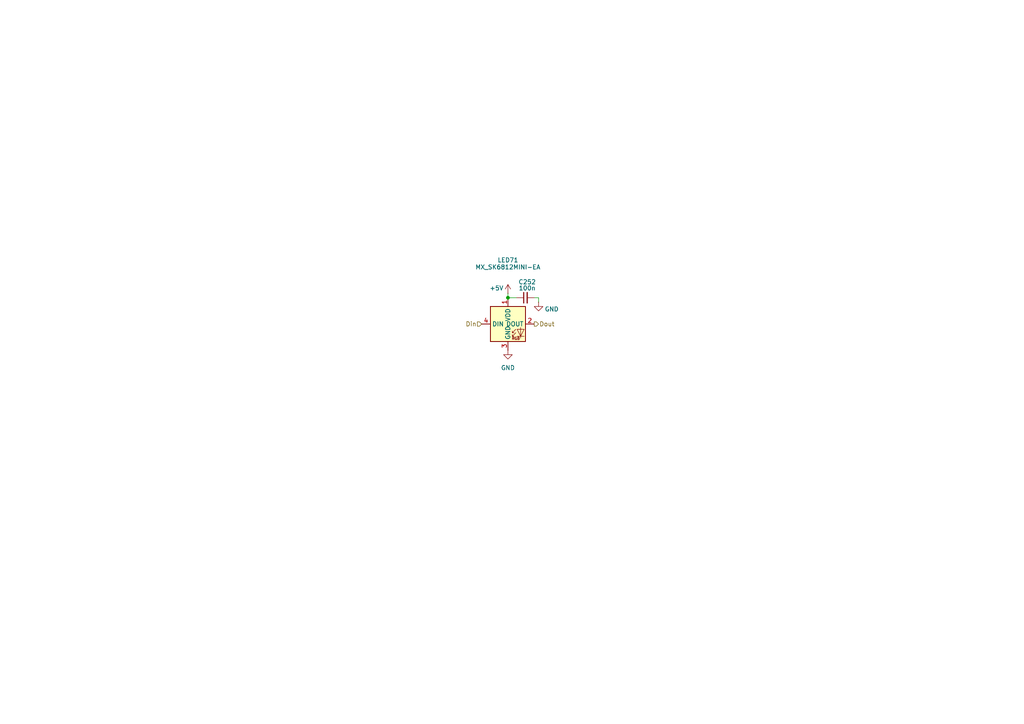
<source format=kicad_sch>
(kicad_sch
	(version 20231120)
	(generator "eeschema")
	(generator_version "8.0")
	(uuid "81a8da25-d99e-48a5-b57e-5db238f78c08")
	(paper "A4")
	(lib_symbols
		(symbol "Device:C_Small"
			(pin_numbers hide)
			(pin_names
				(offset 0.254) hide)
			(exclude_from_sim no)
			(in_bom yes)
			(on_board yes)
			(property "Reference" "C"
				(at 0.254 1.778 0)
				(effects
					(font
						(size 1.27 1.27)
					)
					(justify left)
				)
			)
			(property "Value" "C_Small"
				(at 0.254 -2.032 0)
				(effects
					(font
						(size 1.27 1.27)
					)
					(justify left)
				)
			)
			(property "Footprint" ""
				(at 0 0 0)
				(effects
					(font
						(size 1.27 1.27)
					)
					(hide yes)
				)
			)
			(property "Datasheet" "~"
				(at 0 0 0)
				(effects
					(font
						(size 1.27 1.27)
					)
					(hide yes)
				)
			)
			(property "Description" "Unpolarized capacitor, small symbol"
				(at 0 0 0)
				(effects
					(font
						(size 1.27 1.27)
					)
					(hide yes)
				)
			)
			(property "ki_keywords" "capacitor cap"
				(at 0 0 0)
				(effects
					(font
						(size 1.27 1.27)
					)
					(hide yes)
				)
			)
			(property "ki_fp_filters" "C_*"
				(at 0 0 0)
				(effects
					(font
						(size 1.27 1.27)
					)
					(hide yes)
				)
			)
			(symbol "C_Small_0_1"
				(polyline
					(pts
						(xy -1.524 -0.508) (xy 1.524 -0.508)
					)
					(stroke
						(width 0.3302)
						(type default)
					)
					(fill
						(type none)
					)
				)
				(polyline
					(pts
						(xy -1.524 0.508) (xy 1.524 0.508)
					)
					(stroke
						(width 0.3048)
						(type default)
					)
					(fill
						(type none)
					)
				)
			)
			(symbol "C_Small_1_1"
				(pin passive line
					(at 0 2.54 270)
					(length 2.032)
					(name "~"
						(effects
							(font
								(size 1.27 1.27)
							)
						)
					)
					(number "1"
						(effects
							(font
								(size 1.27 1.27)
							)
						)
					)
				)
				(pin passive line
					(at 0 -2.54 90)
					(length 2.032)
					(name "~"
						(effects
							(font
								(size 1.27 1.27)
							)
						)
					)
					(number "2"
						(effects
							(font
								(size 1.27 1.27)
							)
						)
					)
				)
			)
		)
		(symbol "fahajboard:MX_SK6812MINI-EA"
			(exclude_from_sim no)
			(in_bom yes)
			(on_board yes)
			(property "Reference" "LED31"
				(at 0 16.51 0)
				(effects
					(font
						(size 1.27 1.27)
					)
				)
			)
			(property "Value" "MX_SK6812MINI-EA"
				(at 0 14.605 0)
				(effects
					(font
						(size 1.27 1.27)
					)
				)
			)
			(property "Footprint" "MoonBoard:SK 6812 MINI-EA"
				(at 0 -19.05 0)
				(effects
					(font
						(size 1.27 1.27)
					)
					(hide yes)
				)
			)
			(property "Datasheet" ""
				(at 0 0 0)
				(effects
					(font
						(size 1.27 1.27)
					)
					(hide yes)
				)
			)
			(property "Description" "Reverse mount adressable LED (WS2812 protocol)"
				(at 0 0 0)
				(effects
					(font
						(size 1.27 1.27)
					)
					(hide yes)
				)
			)
			(property "ki_keywords" "reverse mount led revmount rgb"
				(at 0 0 0)
				(effects
					(font
						(size 1.27 1.27)
					)
					(hide yes)
				)
			)
			(symbol "MX_SK6812MINI-EA_0_0"
				(text "RGB"
					(at 2.286 -4.191 0)
					(effects
						(font
							(size 0.762 0.762)
						)
					)
				)
			)
			(symbol "MX_SK6812MINI-EA_0_1"
				(rectangle
					(start -5.08 5.08)
					(end 5.08 -5.08)
					(stroke
						(width 0.254)
						(type default)
					)
					(fill
						(type background)
					)
				)
				(polyline
					(pts
						(xy 1.27 -3.556) (xy 1.778 -3.556)
					)
					(stroke
						(width 0)
						(type default)
					)
					(fill
						(type none)
					)
				)
				(polyline
					(pts
						(xy 1.27 -2.54) (xy 1.778 -2.54)
					)
					(stroke
						(width 0)
						(type default)
					)
					(fill
						(type none)
					)
				)
				(polyline
					(pts
						(xy 4.699 -3.556) (xy 2.667 -3.556)
					)
					(stroke
						(width 0)
						(type default)
					)
					(fill
						(type none)
					)
				)
				(polyline
					(pts
						(xy 2.286 -2.54) (xy 1.27 -3.556) (xy 1.27 -3.048)
					)
					(stroke
						(width 0)
						(type default)
					)
					(fill
						(type none)
					)
				)
				(polyline
					(pts
						(xy 2.286 -1.524) (xy 1.27 -2.54) (xy 1.27 -2.032)
					)
					(stroke
						(width 0)
						(type default)
					)
					(fill
						(type none)
					)
				)
				(polyline
					(pts
						(xy 3.683 -1.016) (xy 3.683 -3.556) (xy 3.683 -4.064)
					)
					(stroke
						(width 0)
						(type default)
					)
					(fill
						(type none)
					)
				)
				(polyline
					(pts
						(xy 4.699 -1.524) (xy 2.667 -1.524) (xy 3.683 -3.556) (xy 4.699 -1.524)
					)
					(stroke
						(width 0)
						(type default)
					)
					(fill
						(type none)
					)
				)
			)
			(symbol "MX_SK6812MINI-EA_1_1"
				(pin power_in line
					(at 0 7.62 270)
					(length 2.54)
					(name "VDD"
						(effects
							(font
								(size 1.27 1.27)
							)
						)
					)
					(number "1"
						(effects
							(font
								(size 1.27 1.27)
							)
						)
					)
				)
				(pin output line
					(at 7.62 0 180)
					(length 2.54)
					(name "DOUT"
						(effects
							(font
								(size 1.27 1.27)
							)
						)
					)
					(number "2"
						(effects
							(font
								(size 1.27 1.27)
							)
						)
					)
				)
				(pin power_in line
					(at 0 -7.62 90)
					(length 2.54)
					(name "GND"
						(effects
							(font
								(size 1.27 1.27)
							)
						)
					)
					(number "3"
						(effects
							(font
								(size 1.27 1.27)
							)
						)
					)
				)
				(pin input line
					(at -7.62 0 0)
					(length 2.54)
					(name "DIN"
						(effects
							(font
								(size 1.27 1.27)
							)
						)
					)
					(number "4"
						(effects
							(font
								(size 1.27 1.27)
							)
						)
					)
				)
			)
		)
		(symbol "power:+5V"
			(power)
			(pin_numbers hide)
			(pin_names
				(offset 0) hide)
			(exclude_from_sim no)
			(in_bom yes)
			(on_board yes)
			(property "Reference" "#PWR"
				(at 0 -3.81 0)
				(effects
					(font
						(size 1.27 1.27)
					)
					(hide yes)
				)
			)
			(property "Value" "+5V"
				(at 0 3.556 0)
				(effects
					(font
						(size 1.27 1.27)
					)
				)
			)
			(property "Footprint" ""
				(at 0 0 0)
				(effects
					(font
						(size 1.27 1.27)
					)
					(hide yes)
				)
			)
			(property "Datasheet" ""
				(at 0 0 0)
				(effects
					(font
						(size 1.27 1.27)
					)
					(hide yes)
				)
			)
			(property "Description" "Power symbol creates a global label with name \"+5V\""
				(at 0 0 0)
				(effects
					(font
						(size 1.27 1.27)
					)
					(hide yes)
				)
			)
			(property "ki_keywords" "global power"
				(at 0 0 0)
				(effects
					(font
						(size 1.27 1.27)
					)
					(hide yes)
				)
			)
			(symbol "+5V_0_1"
				(polyline
					(pts
						(xy -0.762 1.27) (xy 0 2.54)
					)
					(stroke
						(width 0)
						(type default)
					)
					(fill
						(type none)
					)
				)
				(polyline
					(pts
						(xy 0 0) (xy 0 2.54)
					)
					(stroke
						(width 0)
						(type default)
					)
					(fill
						(type none)
					)
				)
				(polyline
					(pts
						(xy 0 2.54) (xy 0.762 1.27)
					)
					(stroke
						(width 0)
						(type default)
					)
					(fill
						(type none)
					)
				)
			)
			(symbol "+5V_1_1"
				(pin power_in line
					(at 0 0 90)
					(length 0)
					(name "~"
						(effects
							(font
								(size 1.27 1.27)
							)
						)
					)
					(number "1"
						(effects
							(font
								(size 1.27 1.27)
							)
						)
					)
				)
			)
		)
		(symbol "power:GND"
			(power)
			(pin_numbers hide)
			(pin_names
				(offset 0) hide)
			(exclude_from_sim no)
			(in_bom yes)
			(on_board yes)
			(property "Reference" "#PWR"
				(at 0 -6.35 0)
				(effects
					(font
						(size 1.27 1.27)
					)
					(hide yes)
				)
			)
			(property "Value" "GND"
				(at 0 -3.81 0)
				(effects
					(font
						(size 1.27 1.27)
					)
				)
			)
			(property "Footprint" ""
				(at 0 0 0)
				(effects
					(font
						(size 1.27 1.27)
					)
					(hide yes)
				)
			)
			(property "Datasheet" ""
				(at 0 0 0)
				(effects
					(font
						(size 1.27 1.27)
					)
					(hide yes)
				)
			)
			(property "Description" "Power symbol creates a global label with name \"GND\" , ground"
				(at 0 0 0)
				(effects
					(font
						(size 1.27 1.27)
					)
					(hide yes)
				)
			)
			(property "ki_keywords" "global power"
				(at 0 0 0)
				(effects
					(font
						(size 1.27 1.27)
					)
					(hide yes)
				)
			)
			(symbol "GND_0_1"
				(polyline
					(pts
						(xy 0 0) (xy 0 -1.27) (xy 1.27 -1.27) (xy 0 -2.54) (xy -1.27 -1.27) (xy 0 -1.27)
					)
					(stroke
						(width 0)
						(type default)
					)
					(fill
						(type none)
					)
				)
			)
			(symbol "GND_1_1"
				(pin power_in line
					(at 0 0 270)
					(length 0)
					(name "~"
						(effects
							(font
								(size 1.27 1.27)
							)
						)
					)
					(number "1"
						(effects
							(font
								(size 1.27 1.27)
							)
						)
					)
				)
			)
		)
	)
	(junction
		(at 147.32 86.36)
		(diameter 0)
		(color 0 0 0 0)
		(uuid "96b6c07c-6705-4e0b-82f0-810d8cb43e0c")
	)
	(wire
		(pts
			(xy 156.21 86.36) (xy 156.21 87.63)
		)
		(stroke
			(width 0)
			(type default)
		)
		(uuid "52f1131c-9f48-42f6-96ea-52eb5495a199")
	)
	(wire
		(pts
			(xy 147.32 86.36) (xy 149.86 86.36)
		)
		(stroke
			(width 0)
			(type default)
		)
		(uuid "5e297c13-fdc3-4046-ad16-2c06acb7ed62")
	)
	(wire
		(pts
			(xy 147.32 85.09) (xy 147.32 86.36)
		)
		(stroke
			(width 0)
			(type default)
		)
		(uuid "c5b25871-08e5-44cc-ae97-f90ed3415cdc")
	)
	(wire
		(pts
			(xy 154.94 86.36) (xy 156.21 86.36)
		)
		(stroke
			(width 0)
			(type default)
		)
		(uuid "fe751009-5c85-48aa-9f45-f7e734151e9a")
	)
	(hierarchical_label "Din"
		(shape input)
		(at 139.7 93.98 180)
		(fields_autoplaced yes)
		(effects
			(font
				(size 1.27 1.27)
			)
			(justify right)
		)
		(uuid "132299c0-32f1-4e71-a998-382ed7c3326d")
	)
	(hierarchical_label "Dout"
		(shape output)
		(at 154.94 93.98 0)
		(fields_autoplaced yes)
		(effects
			(font
				(size 1.27 1.27)
			)
			(justify left)
		)
		(uuid "19a93cc3-c96e-4a1d-be57-9cfb5aa6adc7")
	)
	(symbol
		(lib_id "power:GND")
		(at 147.32 101.6 0)
		(unit 1)
		(exclude_from_sim no)
		(in_bom yes)
		(on_board yes)
		(dnp no)
		(fields_autoplaced yes)
		(uuid "8e02e31d-9d90-42ff-a9e8-adc888a6d544")
		(property "Reference" "#PWR0597"
			(at 147.32 107.95 0)
			(effects
				(font
					(size 1.27 1.27)
				)
				(hide yes)
			)
		)
		(property "Value" "GND"
			(at 147.32 106.68 0)
			(effects
				(font
					(size 1.27 1.27)
				)
			)
		)
		(property "Footprint" ""
			(at 147.32 101.6 0)
			(effects
				(font
					(size 1.27 1.27)
				)
				(hide yes)
			)
		)
		(property "Datasheet" ""
			(at 147.32 101.6 0)
			(effects
				(font
					(size 1.27 1.27)
				)
				(hide yes)
			)
		)
		(property "Description" "Power symbol creates a global label with name \"GND\" , ground"
			(at 147.32 101.6 0)
			(effects
				(font
					(size 1.27 1.27)
				)
				(hide yes)
			)
		)
		(pin "1"
			(uuid "5af66001-dff4-4ad0-97bd-d636c2a8dd98")
		)
		(instances
			(project "hall effect keyboard"
				(path "/d6cd2c7a-4b62-4ee3-9519-bce8a1bda3f1/a26a8aa4-acd6-4116-aaa2-8a8a474f0fd9/024179d6-68f2-4e36-b415-7b37b40961f7"
					(reference "#PWR0597")
					(unit 1)
				)
				(path "/d6cd2c7a-4b62-4ee3-9519-bce8a1bda3f1/a26a8aa4-acd6-4116-aaa2-8a8a474f0fd9/03473c73-89b1-4ba5-a3a9-4a61e2d138f3"
					(reference "#PWR0543")
					(unit 1)
				)
				(path "/d6cd2c7a-4b62-4ee3-9519-bce8a1bda3f1/a26a8aa4-acd6-4116-aaa2-8a8a474f0fd9/034e8ad3-745b-483b-aab4-d9d17ea31be0"
					(reference "#PWR0531")
					(unit 1)
				)
				(path "/d6cd2c7a-4b62-4ee3-9519-bce8a1bda3f1/a26a8aa4-acd6-4116-aaa2-8a8a474f0fd9/04df40b7-25f8-4c42-9010-03665fffb4da"
					(reference "#PWR0525")
					(unit 1)
				)
				(path "/d6cd2c7a-4b62-4ee3-9519-bce8a1bda3f1/a26a8aa4-acd6-4116-aaa2-8a8a474f0fd9/051bf3ed-1fc8-4df4-9f20-310b06f71256"
					(reference "#PWR0459")
					(unit 1)
				)
				(path "/d6cd2c7a-4b62-4ee3-9519-bce8a1bda3f1/a26a8aa4-acd6-4116-aaa2-8a8a474f0fd9/141b5a61-c0d8-491d-aed9-9215a99717f9"
					(reference "#PWR0606")
					(unit 1)
				)
				(path "/d6cd2c7a-4b62-4ee3-9519-bce8a1bda3f1/a26a8aa4-acd6-4116-aaa2-8a8a474f0fd9/19d2be41-3703-40f9-b27e-a7cd1ee66771"
					(reference "#PWR0540")
					(unit 1)
				)
				(path "/d6cd2c7a-4b62-4ee3-9519-bce8a1bda3f1/a26a8aa4-acd6-4116-aaa2-8a8a474f0fd9/1fe23b4a-125d-4841-ae18-baf8ff6def8e"
					(reference "#PWR0435")
					(unit 1)
				)
				(path "/d6cd2c7a-4b62-4ee3-9519-bce8a1bda3f1/a26a8aa4-acd6-4116-aaa2-8a8a474f0fd9/278b421a-517f-49fe-81a6-ddd2b9cace55"
					(reference "#PWR0426")
					(unit 1)
				)
				(path "/d6cd2c7a-4b62-4ee3-9519-bce8a1bda3f1/a26a8aa4-acd6-4116-aaa2-8a8a474f0fd9/34657bdc-3190-4ef4-8aea-714381389e70"
					(reference "#PWR0510")
					(unit 1)
				)
				(path "/d6cd2c7a-4b62-4ee3-9519-bce8a1bda3f1/a26a8aa4-acd6-4116-aaa2-8a8a474f0fd9/3df5642a-50f8-40f0-86d6-3e296631c494"
					(reference "#PWR0615")
					(unit 1)
				)
				(path "/d6cd2c7a-4b62-4ee3-9519-bce8a1bda3f1/a26a8aa4-acd6-4116-aaa2-8a8a474f0fd9/3f678c1e-934c-4963-ba66-c70216641eaf"
					(reference "#PWR0465")
					(unit 1)
				)
				(path "/d6cd2c7a-4b62-4ee3-9519-bce8a1bda3f1/a26a8aa4-acd6-4116-aaa2-8a8a474f0fd9/41815f1e-9d4c-49d5-ba2c-8c2bfd501ccd"
					(reference "#PWR0519")
					(unit 1)
				)
				(path "/d6cd2c7a-4b62-4ee3-9519-bce8a1bda3f1/a26a8aa4-acd6-4116-aaa2-8a8a474f0fd9/49ba2f7f-f67e-4a71-b9be-057e37af057f"
					(reference "#PWR0621")
					(unit 1)
				)
				(path "/d6cd2c7a-4b62-4ee3-9519-bce8a1bda3f1/a26a8aa4-acd6-4116-aaa2-8a8a474f0fd9/4d43afd6-9d62-4795-be9e-b33677ff0008"
					(reference "#PWR0453")
					(unit 1)
				)
				(path "/d6cd2c7a-4b62-4ee3-9519-bce8a1bda3f1/a26a8aa4-acd6-4116-aaa2-8a8a474f0fd9/5027b415-aa48-4bbe-9282-407415b8c893"
					(reference "#PWR0462")
					(unit 1)
				)
				(path "/d6cd2c7a-4b62-4ee3-9519-bce8a1bda3f1/a26a8aa4-acd6-4116-aaa2-8a8a474f0fd9/577f9dc0-a354-4a9a-b6b1-aafc575091a7"
					(reference "#PWR0444")
					(unit 1)
				)
				(path "/d6cd2c7a-4b62-4ee3-9519-bce8a1bda3f1/a26a8aa4-acd6-4116-aaa2-8a8a474f0fd9/57922c3d-4924-470f-bee9-ad5c1efda5d8"
					(reference "#PWR0513")
					(unit 1)
				)
				(path "/d6cd2c7a-4b62-4ee3-9519-bce8a1bda3f1/a26a8aa4-acd6-4116-aaa2-8a8a474f0fd9/58e449be-c079-47f5-9d58-badb0040ba89"
					(reference "#PWR0600")
					(unit 1)
				)
				(path "/d6cd2c7a-4b62-4ee3-9519-bce8a1bda3f1/a26a8aa4-acd6-4116-aaa2-8a8a474f0fd9/592bea38-23bc-47ce-8943-839a12eff83c"
					(reference "#PWR0594")
					(unit 1)
				)
				(path "/d6cd2c7a-4b62-4ee3-9519-bce8a1bda3f1/a26a8aa4-acd6-4116-aaa2-8a8a474f0fd9/61116051-3276-4bf5-adeb-ec2ebd93efe2"
					(reference "#PWR0441")
					(unit 1)
				)
				(path "/d6cd2c7a-4b62-4ee3-9519-bce8a1bda3f1/a26a8aa4-acd6-4116-aaa2-8a8a474f0fd9/62896345-f0c4-4540-99a7-c3c911595e15"
					(reference "#PWR0603")
					(unit 1)
				)
				(path "/d6cd2c7a-4b62-4ee3-9519-bce8a1bda3f1/a26a8aa4-acd6-4116-aaa2-8a8a474f0fd9/6525ddc6-b9e7-4f0d-ac7c-586a87a39ffa"
					(reference "#PWR0456")
					(unit 1)
				)
				(path "/d6cd2c7a-4b62-4ee3-9519-bce8a1bda3f1/a26a8aa4-acd6-4116-aaa2-8a8a474f0fd9/667507d2-f3f0-4818-b2cd-76669057ba0a"
					(reference "#PWR0534")
					(unit 1)
				)
				(path "/d6cd2c7a-4b62-4ee3-9519-bce8a1bda3f1/a26a8aa4-acd6-4116-aaa2-8a8a474f0fd9/6d721997-3f71-400f-8230-b3bdd7a30316"
					(reference "#PWR0516")
					(unit 1)
				)
				(path "/d6cd2c7a-4b62-4ee3-9519-bce8a1bda3f1/a26a8aa4-acd6-4116-aaa2-8a8a474f0fd9/8119a6a3-edde-4a1e-97af-fdb14d3304d1"
					(reference "#PWR0429")
					(unit 1)
				)
				(path "/d6cd2c7a-4b62-4ee3-9519-bce8a1bda3f1/a26a8aa4-acd6-4116-aaa2-8a8a474f0fd9/8e27d7da-dc6e-4940-89c4-b2587e138556"
					(reference "#PWR0438")
					(unit 1)
				)
				(path "/d6cd2c7a-4b62-4ee3-9519-bce8a1bda3f1/a26a8aa4-acd6-4116-aaa2-8a8a474f0fd9/922f0413-d0a2-47c3-827d-5bc83985c05c"
					(reference "#PWR0612")
					(unit 1)
				)
				(path "/d6cd2c7a-4b62-4ee3-9519-bce8a1bda3f1/a26a8aa4-acd6-4116-aaa2-8a8a474f0fd9/9b5ac078-265a-4f0b-b03b-00c3a4129af5"
					(reference "#PWR0537")
					(unit 1)
				)
				(path "/d6cd2c7a-4b62-4ee3-9519-bce8a1bda3f1/a26a8aa4-acd6-4116-aaa2-8a8a474f0fd9/9e9c4f63-74d1-4021-9674-747cd8ff98cf"
					(reference "#PWR0432")
					(unit 1)
				)
				(path "/d6cd2c7a-4b62-4ee3-9519-bce8a1bda3f1/a26a8aa4-acd6-4116-aaa2-8a8a474f0fd9/9f9e86c0-57d7-4000-af65-d89f8c591958"
					(reference "#PWR0507")
					(unit 1)
				)
				(path "/d6cd2c7a-4b62-4ee3-9519-bce8a1bda3f1/a26a8aa4-acd6-4116-aaa2-8a8a474f0fd9/a2e97b84-15ad-455d-a740-53f6fac04a87"
					(reference "#PWR0528")
					(unit 1)
				)
				(path "/d6cd2c7a-4b62-4ee3-9519-bce8a1bda3f1/a26a8aa4-acd6-4116-aaa2-8a8a474f0fd9/b9b96879-a27a-479d-aa4e-2cc09a2b955e"
					(reference "#PWR0447")
					(unit 1)
				)
				(path "/d6cd2c7a-4b62-4ee3-9519-bce8a1bda3f1/a26a8aa4-acd6-4116-aaa2-8a8a474f0fd9/bee47e3a-b369-433f-b176-f8d1e106f26b"
					(reference "#PWR0546")
					(unit 1)
				)
				(path "/d6cd2c7a-4b62-4ee3-9519-bce8a1bda3f1/a26a8aa4-acd6-4116-aaa2-8a8a474f0fd9/c5667006-0d6c-4f58-8ef0-4874d4935efa"
					(reference "#PWR0609")
					(unit 1)
				)
				(path "/d6cd2c7a-4b62-4ee3-9519-bce8a1bda3f1/a26a8aa4-acd6-4116-aaa2-8a8a474f0fd9/dad30c86-4ba3-49ee-ab2b-5a537b944084"
					(reference "#PWR0588")
					(unit 1)
				)
				(path "/d6cd2c7a-4b62-4ee3-9519-bce8a1bda3f1/a26a8aa4-acd6-4116-aaa2-8a8a474f0fd9/dcccc26c-082c-44e9-8e12-202996385847"
					(reference "#PWR0591")
					(unit 1)
				)
				(path "/d6cd2c7a-4b62-4ee3-9519-bce8a1bda3f1/a26a8aa4-acd6-4116-aaa2-8a8a474f0fd9/de0f8ff7-cdaa-431f-a887-de9d5aed5477"
					(reference "#PWR0522")
					(unit 1)
				)
				(path "/d6cd2c7a-4b62-4ee3-9519-bce8a1bda3f1/a26a8aa4-acd6-4116-aaa2-8a8a474f0fd9/de9997a2-5214-4664-97f6-b1e664b2c5ba"
					(reference "#PWR0618")
					(unit 1)
				)
				(path "/d6cd2c7a-4b62-4ee3-9519-bce8a1bda3f1/a26a8aa4-acd6-4116-aaa2-8a8a474f0fd9/e68f7d36-4c08-4cea-b17a-24bd5e9bc3f2"
					(reference "#PWR0450")
					(unit 1)
				)
				(path "/d6cd2c7a-4b62-4ee3-9519-bce8a1bda3f1/a26a8aa4-acd6-4116-aaa2-8a8a474f0fd9/f5bc5e48-290d-43c5-8436-640b4cfb427a"
					(reference "#PWR0627")
					(unit 1)
				)
			)
		)
	)
	(symbol
		(lib_id "power:GND")
		(at 156.21 87.63 0)
		(unit 1)
		(exclude_from_sim no)
		(in_bom yes)
		(on_board yes)
		(dnp no)
		(uuid "918156c5-d42b-4878-b465-ad79fcb5fe63")
		(property "Reference" "#PWR0598"
			(at 156.21 93.98 0)
			(effects
				(font
					(size 1.27 1.27)
				)
				(hide yes)
			)
		)
		(property "Value" "GND"
			(at 160.02 89.662 0)
			(effects
				(font
					(size 1.27 1.27)
				)
			)
		)
		(property "Footprint" ""
			(at 156.21 87.63 0)
			(effects
				(font
					(size 1.27 1.27)
				)
				(hide yes)
			)
		)
		(property "Datasheet" ""
			(at 156.21 87.63 0)
			(effects
				(font
					(size 1.27 1.27)
				)
				(hide yes)
			)
		)
		(property "Description" "Power symbol creates a global label with name \"GND\" , ground"
			(at 156.21 87.63 0)
			(effects
				(font
					(size 1.27 1.27)
				)
				(hide yes)
			)
		)
		(pin "1"
			(uuid "de99ee7b-ae98-426e-aca2-df66ebedb4bf")
		)
		(instances
			(project "hall effect keyboard"
				(path "/d6cd2c7a-4b62-4ee3-9519-bce8a1bda3f1/a26a8aa4-acd6-4116-aaa2-8a8a474f0fd9/024179d6-68f2-4e36-b415-7b37b40961f7"
					(reference "#PWR0598")
					(unit 1)
				)
				(path "/d6cd2c7a-4b62-4ee3-9519-bce8a1bda3f1/a26a8aa4-acd6-4116-aaa2-8a8a474f0fd9/03473c73-89b1-4ba5-a3a9-4a61e2d138f3"
					(reference "#PWR0544")
					(unit 1)
				)
				(path "/d6cd2c7a-4b62-4ee3-9519-bce8a1bda3f1/a26a8aa4-acd6-4116-aaa2-8a8a474f0fd9/034e8ad3-745b-483b-aab4-d9d17ea31be0"
					(reference "#PWR0532")
					(unit 1)
				)
				(path "/d6cd2c7a-4b62-4ee3-9519-bce8a1bda3f1/a26a8aa4-acd6-4116-aaa2-8a8a474f0fd9/04df40b7-25f8-4c42-9010-03665fffb4da"
					(reference "#PWR0526")
					(unit 1)
				)
				(path "/d6cd2c7a-4b62-4ee3-9519-bce8a1bda3f1/a26a8aa4-acd6-4116-aaa2-8a8a474f0fd9/051bf3ed-1fc8-4df4-9f20-310b06f71256"
					(reference "#PWR0460")
					(unit 1)
				)
				(path "/d6cd2c7a-4b62-4ee3-9519-bce8a1bda3f1/a26a8aa4-acd6-4116-aaa2-8a8a474f0fd9/141b5a61-c0d8-491d-aed9-9215a99717f9"
					(reference "#PWR0607")
					(unit 1)
				)
				(path "/d6cd2c7a-4b62-4ee3-9519-bce8a1bda3f1/a26a8aa4-acd6-4116-aaa2-8a8a474f0fd9/19d2be41-3703-40f9-b27e-a7cd1ee66771"
					(reference "#PWR0541")
					(unit 1)
				)
				(path "/d6cd2c7a-4b62-4ee3-9519-bce8a1bda3f1/a26a8aa4-acd6-4116-aaa2-8a8a474f0fd9/1fe23b4a-125d-4841-ae18-baf8ff6def8e"
					(reference "#PWR0436")
					(unit 1)
				)
				(path "/d6cd2c7a-4b62-4ee3-9519-bce8a1bda3f1/a26a8aa4-acd6-4116-aaa2-8a8a474f0fd9/278b421a-517f-49fe-81a6-ddd2b9cace55"
					(reference "#PWR0427")
					(unit 1)
				)
				(path "/d6cd2c7a-4b62-4ee3-9519-bce8a1bda3f1/a26a8aa4-acd6-4116-aaa2-8a8a474f0fd9/34657bdc-3190-4ef4-8aea-714381389e70"
					(reference "#PWR0511")
					(unit 1)
				)
				(path "/d6cd2c7a-4b62-4ee3-9519-bce8a1bda3f1/a26a8aa4-acd6-4116-aaa2-8a8a474f0fd9/3df5642a-50f8-40f0-86d6-3e296631c494"
					(reference "#PWR0616")
					(unit 1)
				)
				(path "/d6cd2c7a-4b62-4ee3-9519-bce8a1bda3f1/a26a8aa4-acd6-4116-aaa2-8a8a474f0fd9/3f678c1e-934c-4963-ba66-c70216641eaf"
					(reference "#PWR0466")
					(unit 1)
				)
				(path "/d6cd2c7a-4b62-4ee3-9519-bce8a1bda3f1/a26a8aa4-acd6-4116-aaa2-8a8a474f0fd9/41815f1e-9d4c-49d5-ba2c-8c2bfd501ccd"
					(reference "#PWR0520")
					(unit 1)
				)
				(path "/d6cd2c7a-4b62-4ee3-9519-bce8a1bda3f1/a26a8aa4-acd6-4116-aaa2-8a8a474f0fd9/49ba2f7f-f67e-4a71-b9be-057e37af057f"
					(reference "#PWR0622")
					(unit 1)
				)
				(path "/d6cd2c7a-4b62-4ee3-9519-bce8a1bda3f1/a26a8aa4-acd6-4116-aaa2-8a8a474f0fd9/4d43afd6-9d62-4795-be9e-b33677ff0008"
					(reference "#PWR0454")
					(unit 1)
				)
				(path "/d6cd2c7a-4b62-4ee3-9519-bce8a1bda3f1/a26a8aa4-acd6-4116-aaa2-8a8a474f0fd9/5027b415-aa48-4bbe-9282-407415b8c893"
					(reference "#PWR0463")
					(unit 1)
				)
				(path "/d6cd2c7a-4b62-4ee3-9519-bce8a1bda3f1/a26a8aa4-acd6-4116-aaa2-8a8a474f0fd9/577f9dc0-a354-4a9a-b6b1-aafc575091a7"
					(reference "#PWR0445")
					(unit 1)
				)
				(path "/d6cd2c7a-4b62-4ee3-9519-bce8a1bda3f1/a26a8aa4-acd6-4116-aaa2-8a8a474f0fd9/57922c3d-4924-470f-bee9-ad5c1efda5d8"
					(reference "#PWR0514")
					(unit 1)
				)
				(path "/d6cd2c7a-4b62-4ee3-9519-bce8a1bda3f1/a26a8aa4-acd6-4116-aaa2-8a8a474f0fd9/58e449be-c079-47f5-9d58-badb0040ba89"
					(reference "#PWR0601")
					(unit 1)
				)
				(path "/d6cd2c7a-4b62-4ee3-9519-bce8a1bda3f1/a26a8aa4-acd6-4116-aaa2-8a8a474f0fd9/592bea38-23bc-47ce-8943-839a12eff83c"
					(reference "#PWR0595")
					(unit 1)
				)
				(path "/d6cd2c7a-4b62-4ee3-9519-bce8a1bda3f1/a26a8aa4-acd6-4116-aaa2-8a8a474f0fd9/61116051-3276-4bf5-adeb-ec2ebd93efe2"
					(reference "#PWR0442")
					(unit 1)
				)
				(path "/d6cd2c7a-4b62-4ee3-9519-bce8a1bda3f1/a26a8aa4-acd6-4116-aaa2-8a8a474f0fd9/62896345-f0c4-4540-99a7-c3c911595e15"
					(reference "#PWR0604")
					(unit 1)
				)
				(path "/d6cd2c7a-4b62-4ee3-9519-bce8a1bda3f1/a26a8aa4-acd6-4116-aaa2-8a8a474f0fd9/6525ddc6-b9e7-4f0d-ac7c-586a87a39ffa"
					(reference "#PWR0457")
					(unit 1)
				)
				(path "/d6cd2c7a-4b62-4ee3-9519-bce8a1bda3f1/a26a8aa4-acd6-4116-aaa2-8a8a474f0fd9/667507d2-f3f0-4818-b2cd-76669057ba0a"
					(reference "#PWR0535")
					(unit 1)
				)
				(path "/d6cd2c7a-4b62-4ee3-9519-bce8a1bda3f1/a26a8aa4-acd6-4116-aaa2-8a8a474f0fd9/6d721997-3f71-400f-8230-b3bdd7a30316"
					(reference "#PWR0517")
					(unit 1)
				)
				(path "/d6cd2c7a-4b62-4ee3-9519-bce8a1bda3f1/a26a8aa4-acd6-4116-aaa2-8a8a474f0fd9/8119a6a3-edde-4a1e-97af-fdb14d3304d1"
					(reference "#PWR0430")
					(unit 1)
				)
				(path "/d6cd2c7a-4b62-4ee3-9519-bce8a1bda3f1/a26a8aa4-acd6-4116-aaa2-8a8a474f0fd9/8e27d7da-dc6e-4940-89c4-b2587e138556"
					(reference "#PWR0439")
					(unit 1)
				)
				(path "/d6cd2c7a-4b62-4ee3-9519-bce8a1bda3f1/a26a8aa4-acd6-4116-aaa2-8a8a474f0fd9/922f0413-d0a2-47c3-827d-5bc83985c05c"
					(reference "#PWR0613")
					(unit 1)
				)
				(path "/d6cd2c7a-4b62-4ee3-9519-bce8a1bda3f1/a26a8aa4-acd6-4116-aaa2-8a8a474f0fd9/9b5ac078-265a-4f0b-b03b-00c3a4129af5"
					(reference "#PWR0538")
					(unit 1)
				)
				(path "/d6cd2c7a-4b62-4ee3-9519-bce8a1bda3f1/a26a8aa4-acd6-4116-aaa2-8a8a474f0fd9/9e9c4f63-74d1-4021-9674-747cd8ff98cf"
					(reference "#PWR0433")
					(unit 1)
				)
				(path "/d6cd2c7a-4b62-4ee3-9519-bce8a1bda3f1/a26a8aa4-acd6-4116-aaa2-8a8a474f0fd9/9f9e86c0-57d7-4000-af65-d89f8c591958"
					(reference "#PWR0508")
					(unit 1)
				)
				(path "/d6cd2c7a-4b62-4ee3-9519-bce8a1bda3f1/a26a8aa4-acd6-4116-aaa2-8a8a474f0fd9/a2e97b84-15ad-455d-a740-53f6fac04a87"
					(reference "#PWR0529")
					(unit 1)
				)
				(path "/d6cd2c7a-4b62-4ee3-9519-bce8a1bda3f1/a26a8aa4-acd6-4116-aaa2-8a8a474f0fd9/b9b96879-a27a-479d-aa4e-2cc09a2b955e"
					(reference "#PWR0448")
					(unit 1)
				)
				(path "/d6cd2c7a-4b62-4ee3-9519-bce8a1bda3f1/a26a8aa4-acd6-4116-aaa2-8a8a474f0fd9/bee47e3a-b369-433f-b176-f8d1e106f26b"
					(reference "#PWR0547")
					(unit 1)
				)
				(path "/d6cd2c7a-4b62-4ee3-9519-bce8a1bda3f1/a26a8aa4-acd6-4116-aaa2-8a8a474f0fd9/c5667006-0d6c-4f58-8ef0-4874d4935efa"
					(reference "#PWR0610")
					(unit 1)
				)
				(path "/d6cd2c7a-4b62-4ee3-9519-bce8a1bda3f1/a26a8aa4-acd6-4116-aaa2-8a8a474f0fd9/dad30c86-4ba3-49ee-ab2b-5a537b944084"
					(reference "#PWR0589")
					(unit 1)
				)
				(path "/d6cd2c7a-4b62-4ee3-9519-bce8a1bda3f1/a26a8aa4-acd6-4116-aaa2-8a8a474f0fd9/dcccc26c-082c-44e9-8e12-202996385847"
					(reference "#PWR0592")
					(unit 1)
				)
				(path "/d6cd2c7a-4b62-4ee3-9519-bce8a1bda3f1/a26a8aa4-acd6-4116-aaa2-8a8a474f0fd9/de0f8ff7-cdaa-431f-a887-de9d5aed5477"
					(reference "#PWR0523")
					(unit 1)
				)
				(path "/d6cd2c7a-4b62-4ee3-9519-bce8a1bda3f1/a26a8aa4-acd6-4116-aaa2-8a8a474f0fd9/de9997a2-5214-4664-97f6-b1e664b2c5ba"
					(reference "#PWR0619")
					(unit 1)
				)
				(path "/d6cd2c7a-4b62-4ee3-9519-bce8a1bda3f1/a26a8aa4-acd6-4116-aaa2-8a8a474f0fd9/e68f7d36-4c08-4cea-b17a-24bd5e9bc3f2"
					(reference "#PWR0451")
					(unit 1)
				)
				(path "/d6cd2c7a-4b62-4ee3-9519-bce8a1bda3f1/a26a8aa4-acd6-4116-aaa2-8a8a474f0fd9/f5bc5e48-290d-43c5-8436-640b4cfb427a"
					(reference "#PWR0628")
					(unit 1)
				)
			)
		)
	)
	(symbol
		(lib_id "Device:C_Small")
		(at 152.4 86.36 90)
		(unit 1)
		(exclude_from_sim no)
		(in_bom yes)
		(on_board yes)
		(dnp no)
		(uuid "caa6a728-35a0-43d8-a338-0c0db32c1ffc")
		(property "Reference" "C252"
			(at 152.908 81.788 90)
			(effects
				(font
					(size 1.27 1.27)
				)
			)
		)
		(property "Value" "100n"
			(at 152.908 83.566 90)
			(effects
				(font
					(size 1.27 1.27)
				)
			)
		)
		(property "Footprint" "Capacitor_SMD:C_0402_1005Metric"
			(at 152.4 86.36 0)
			(effects
				(font
					(size 1.27 1.27)
				)
				(hide yes)
			)
		)
		(property "Datasheet" "~"
			(at 152.4 86.36 0)
			(effects
				(font
					(size 1.27 1.27)
				)
				(hide yes)
			)
		)
		(property "Description" "Unpolarized capacitor, small symbol"
			(at 152.4 86.36 0)
			(effects
				(font
					(size 1.27 1.27)
				)
				(hide yes)
			)
		)
		(pin "2"
			(uuid "549c3d9c-8112-431c-991b-ee72bf89e447")
		)
		(pin "1"
			(uuid "2eb2d83f-57be-4f82-a838-3738ab31c3ca")
		)
		(instances
			(project "hall effect keyboard"
				(path "/d6cd2c7a-4b62-4ee3-9519-bce8a1bda3f1/a26a8aa4-acd6-4116-aaa2-8a8a474f0fd9/024179d6-68f2-4e36-b415-7b37b40961f7"
					(reference "C252")
					(unit 1)
				)
				(path "/d6cd2c7a-4b62-4ee3-9519-bce8a1bda3f1/a26a8aa4-acd6-4116-aaa2-8a8a474f0fd9/03473c73-89b1-4ba5-a3a9-4a61e2d138f3"
					(reference "C234")
					(unit 1)
				)
				(path "/d6cd2c7a-4b62-4ee3-9519-bce8a1bda3f1/a26a8aa4-acd6-4116-aaa2-8a8a474f0fd9/034e8ad3-745b-483b-aab4-d9d17ea31be0"
					(reference "C230")
					(unit 1)
				)
				(path "/d6cd2c7a-4b62-4ee3-9519-bce8a1bda3f1/a26a8aa4-acd6-4116-aaa2-8a8a474f0fd9/04df40b7-25f8-4c42-9010-03665fffb4da"
					(reference "C228")
					(unit 1)
				)
				(path "/d6cd2c7a-4b62-4ee3-9519-bce8a1bda3f1/a26a8aa4-acd6-4116-aaa2-8a8a474f0fd9/051bf3ed-1fc8-4df4-9f20-310b06f71256"
					(reference "C206")
					(unit 1)
				)
				(path "/d6cd2c7a-4b62-4ee3-9519-bce8a1bda3f1/a26a8aa4-acd6-4116-aaa2-8a8a474f0fd9/141b5a61-c0d8-491d-aed9-9215a99717f9"
					(reference "C255")
					(unit 1)
				)
				(path "/d6cd2c7a-4b62-4ee3-9519-bce8a1bda3f1/a26a8aa4-acd6-4116-aaa2-8a8a474f0fd9/19d2be41-3703-40f9-b27e-a7cd1ee66771"
					(reference "C233")
					(unit 1)
				)
				(path "/d6cd2c7a-4b62-4ee3-9519-bce8a1bda3f1/a26a8aa4-acd6-4116-aaa2-8a8a474f0fd9/1fe23b4a-125d-4841-ae18-baf8ff6def8e"
					(reference "C198")
					(unit 1)
				)
				(path "/d6cd2c7a-4b62-4ee3-9519-bce8a1bda3f1/a26a8aa4-acd6-4116-aaa2-8a8a474f0fd9/278b421a-517f-49fe-81a6-ddd2b9cace55"
					(reference "C195")
					(unit 1)
				)
				(path "/d6cd2c7a-4b62-4ee3-9519-bce8a1bda3f1/a26a8aa4-acd6-4116-aaa2-8a8a474f0fd9/34657bdc-3190-4ef4-8aea-714381389e70"
					(reference "C223")
					(unit 1)
				)
				(path "/d6cd2c7a-4b62-4ee3-9519-bce8a1bda3f1/a26a8aa4-acd6-4116-aaa2-8a8a474f0fd9/3df5642a-50f8-40f0-86d6-3e296631c494"
					(reference "C258")
					(unit 1)
				)
				(path "/d6cd2c7a-4b62-4ee3-9519-bce8a1bda3f1/a26a8aa4-acd6-4116-aaa2-8a8a474f0fd9/3f678c1e-934c-4963-ba66-c70216641eaf"
					(reference "C208")
					(unit 1)
				)
				(path "/d6cd2c7a-4b62-4ee3-9519-bce8a1bda3f1/a26a8aa4-acd6-4116-aaa2-8a8a474f0fd9/41815f1e-9d4c-49d5-ba2c-8c2bfd501ccd"
					(reference "C226")
					(unit 1)
				)
				(path "/d6cd2c7a-4b62-4ee3-9519-bce8a1bda3f1/a26a8aa4-acd6-4116-aaa2-8a8a474f0fd9/49ba2f7f-f67e-4a71-b9be-057e37af057f"
					(reference "C260")
					(unit 1)
				)
				(path "/d6cd2c7a-4b62-4ee3-9519-bce8a1bda3f1/a26a8aa4-acd6-4116-aaa2-8a8a474f0fd9/4d43afd6-9d62-4795-be9e-b33677ff0008"
					(reference "C204")
					(unit 1)
				)
				(path "/d6cd2c7a-4b62-4ee3-9519-bce8a1bda3f1/a26a8aa4-acd6-4116-aaa2-8a8a474f0fd9/5027b415-aa48-4bbe-9282-407415b8c893"
					(reference "C207")
					(unit 1)
				)
				(path "/d6cd2c7a-4b62-4ee3-9519-bce8a1bda3f1/a26a8aa4-acd6-4116-aaa2-8a8a474f0fd9/577f9dc0-a354-4a9a-b6b1-aafc575091a7"
					(reference "C201")
					(unit 1)
				)
				(path "/d6cd2c7a-4b62-4ee3-9519-bce8a1bda3f1/a26a8aa4-acd6-4116-aaa2-8a8a474f0fd9/57922c3d-4924-470f-bee9-ad5c1efda5d8"
					(reference "C224")
					(unit 1)
				)
				(path "/d6cd2c7a-4b62-4ee3-9519-bce8a1bda3f1/a26a8aa4-acd6-4116-aaa2-8a8a474f0fd9/58e449be-c079-47f5-9d58-badb0040ba89"
					(reference "C253")
					(unit 1)
				)
				(path "/d6cd2c7a-4b62-4ee3-9519-bce8a1bda3f1/a26a8aa4-acd6-4116-aaa2-8a8a474f0fd9/592bea38-23bc-47ce-8943-839a12eff83c"
					(reference "C251")
					(unit 1)
				)
				(path "/d6cd2c7a-4b62-4ee3-9519-bce8a1bda3f1/a26a8aa4-acd6-4116-aaa2-8a8a474f0fd9/61116051-3276-4bf5-adeb-ec2ebd93efe2"
					(reference "C200")
					(unit 1)
				)
				(path "/d6cd2c7a-4b62-4ee3-9519-bce8a1bda3f1/a26a8aa4-acd6-4116-aaa2-8a8a474f0fd9/62896345-f0c4-4540-99a7-c3c911595e15"
					(reference "C254")
					(unit 1)
				)
				(path "/d6cd2c7a-4b62-4ee3-9519-bce8a1bda3f1/a26a8aa4-acd6-4116-aaa2-8a8a474f0fd9/6525ddc6-b9e7-4f0d-ac7c-586a87a39ffa"
					(reference "C205")
					(unit 1)
				)
				(path "/d6cd2c7a-4b62-4ee3-9519-bce8a1bda3f1/a26a8aa4-acd6-4116-aaa2-8a8a474f0fd9/667507d2-f3f0-4818-b2cd-76669057ba0a"
					(reference "C231")
					(unit 1)
				)
				(path "/d6cd2c7a-4b62-4ee3-9519-bce8a1bda3f1/a26a8aa4-acd6-4116-aaa2-8a8a474f0fd9/6d721997-3f71-400f-8230-b3bdd7a30316"
					(reference "C225")
					(unit 1)
				)
				(path "/d6cd2c7a-4b62-4ee3-9519-bce8a1bda3f1/a26a8aa4-acd6-4116-aaa2-8a8a474f0fd9/8119a6a3-edde-4a1e-97af-fdb14d3304d1"
					(reference "C196")
					(unit 1)
				)
				(path "/d6cd2c7a-4b62-4ee3-9519-bce8a1bda3f1/a26a8aa4-acd6-4116-aaa2-8a8a474f0fd9/8e27d7da-dc6e-4940-89c4-b2587e138556"
					(reference "C199")
					(unit 1)
				)
				(path "/d6cd2c7a-4b62-4ee3-9519-bce8a1bda3f1/a26a8aa4-acd6-4116-aaa2-8a8a474f0fd9/922f0413-d0a2-47c3-827d-5bc83985c05c"
					(reference "C257")
					(unit 1)
				)
				(path "/d6cd2c7a-4b62-4ee3-9519-bce8a1bda3f1/a26a8aa4-acd6-4116-aaa2-8a8a474f0fd9/9b5ac078-265a-4f0b-b03b-00c3a4129af5"
					(reference "C232")
					(unit 1)
				)
				(path "/d6cd2c7a-4b62-4ee3-9519-bce8a1bda3f1/a26a8aa4-acd6-4116-aaa2-8a8a474f0fd9/9e9c4f63-74d1-4021-9674-747cd8ff98cf"
					(reference "C197")
					(unit 1)
				)
				(path "/d6cd2c7a-4b62-4ee3-9519-bce8a1bda3f1/a26a8aa4-acd6-4116-aaa2-8a8a474f0fd9/9f9e86c0-57d7-4000-af65-d89f8c591958"
					(reference "C222")
					(unit 1)
				)
				(path "/d6cd2c7a-4b62-4ee3-9519-bce8a1bda3f1/a26a8aa4-acd6-4116-aaa2-8a8a474f0fd9/a2e97b84-15ad-455d-a740-53f6fac04a87"
					(reference "C229")
					(unit 1)
				)
				(path "/d6cd2c7a-4b62-4ee3-9519-bce8a1bda3f1/a26a8aa4-acd6-4116-aaa2-8a8a474f0fd9/b9b96879-a27a-479d-aa4e-2cc09a2b955e"
					(reference "C202")
					(unit 1)
				)
				(path "/d6cd2c7a-4b62-4ee3-9519-bce8a1bda3f1/a26a8aa4-acd6-4116-aaa2-8a8a474f0fd9/bee47e3a-b369-433f-b176-f8d1e106f26b"
					(reference "C235")
					(unit 1)
				)
				(path "/d6cd2c7a-4b62-4ee3-9519-bce8a1bda3f1/a26a8aa4-acd6-4116-aaa2-8a8a474f0fd9/c5667006-0d6c-4f58-8ef0-4874d4935efa"
					(reference "C256")
					(unit 1)
				)
				(path "/d6cd2c7a-4b62-4ee3-9519-bce8a1bda3f1/a26a8aa4-acd6-4116-aaa2-8a8a474f0fd9/dad30c86-4ba3-49ee-ab2b-5a537b944084"
					(reference "C249")
					(unit 1)
				)
				(path "/d6cd2c7a-4b62-4ee3-9519-bce8a1bda3f1/a26a8aa4-acd6-4116-aaa2-8a8a474f0fd9/dcccc26c-082c-44e9-8e12-202996385847"
					(reference "C250")
					(unit 1)
				)
				(path "/d6cd2c7a-4b62-4ee3-9519-bce8a1bda3f1/a26a8aa4-acd6-4116-aaa2-8a8a474f0fd9/de0f8ff7-cdaa-431f-a887-de9d5aed5477"
					(reference "C227")
					(unit 1)
				)
				(path "/d6cd2c7a-4b62-4ee3-9519-bce8a1bda3f1/a26a8aa4-acd6-4116-aaa2-8a8a474f0fd9/de9997a2-5214-4664-97f6-b1e664b2c5ba"
					(reference "C259")
					(unit 1)
				)
				(path "/d6cd2c7a-4b62-4ee3-9519-bce8a1bda3f1/a26a8aa4-acd6-4116-aaa2-8a8a474f0fd9/e68f7d36-4c08-4cea-b17a-24bd5e9bc3f2"
					(reference "C203")
					(unit 1)
				)
				(path "/d6cd2c7a-4b62-4ee3-9519-bce8a1bda3f1/a26a8aa4-acd6-4116-aaa2-8a8a474f0fd9/f5bc5e48-290d-43c5-8436-640b4cfb427a"
					(reference "C262")
					(unit 1)
				)
			)
		)
	)
	(symbol
		(lib_id "fahajboard:MX_SK6812MINI-EA")
		(at 147.32 93.98 0)
		(unit 1)
		(exclude_from_sim no)
		(in_bom yes)
		(on_board yes)
		(dnp no)
		(uuid "e81cd11d-e7d3-419d-84d1-c2655a57ea65")
		(property "Reference" "LED71"
			(at 147.32 75.438 0)
			(effects
				(font
					(size 1.27 1.27)
				)
			)
		)
		(property "Value" "MX_SK6812MINI-EA"
			(at 147.32 77.47 0)
			(effects
				(font
					(size 1.27 1.27)
				)
			)
		)
		(property "Footprint" "fahaj:SK 6812 MINI-EA"
			(at 147.32 113.03 0)
			(effects
				(font
					(size 1.27 1.27)
				)
				(hide yes)
			)
		)
		(property "Datasheet" ""
			(at 147.32 93.98 0)
			(effects
				(font
					(size 1.27 1.27)
				)
				(hide yes)
			)
		)
		(property "Description" "Reverse mount adressable LED (WS2812 protocol)"
			(at 147.32 93.98 0)
			(effects
				(font
					(size 1.27 1.27)
				)
				(hide yes)
			)
		)
		(pin "4"
			(uuid "768f42a6-49c6-4991-b425-ee106369e2d8")
		)
		(pin "1"
			(uuid "4e264ed4-f186-4c4a-8396-eaea38272371")
		)
		(pin "2"
			(uuid "1b3b7d54-0dc3-44a0-9419-f6b3fcd0cb7a")
		)
		(pin "3"
			(uuid "15935d47-67f2-48e4-b9ad-54b830de7ab1")
		)
		(instances
			(project "hall effect keyboard"
				(path "/d6cd2c7a-4b62-4ee3-9519-bce8a1bda3f1/a26a8aa4-acd6-4116-aaa2-8a8a474f0fd9/024179d6-68f2-4e36-b415-7b37b40961f7"
					(reference "LED71")
					(unit 1)
				)
				(path "/d6cd2c7a-4b62-4ee3-9519-bce8a1bda3f1/a26a8aa4-acd6-4116-aaa2-8a8a474f0fd9/03473c73-89b1-4ba5-a3a9-4a61e2d138f3"
					(reference "LED53")
					(unit 1)
				)
				(path "/d6cd2c7a-4b62-4ee3-9519-bce8a1bda3f1/a26a8aa4-acd6-4116-aaa2-8a8a474f0fd9/034e8ad3-745b-483b-aab4-d9d17ea31be0"
					(reference "LED49")
					(unit 1)
				)
				(path "/d6cd2c7a-4b62-4ee3-9519-bce8a1bda3f1/a26a8aa4-acd6-4116-aaa2-8a8a474f0fd9/04df40b7-25f8-4c42-9010-03665fffb4da"
					(reference "LED47")
					(unit 1)
				)
				(path "/d6cd2c7a-4b62-4ee3-9519-bce8a1bda3f1/a26a8aa4-acd6-4116-aaa2-8a8a474f0fd9/051bf3ed-1fc8-4df4-9f20-310b06f71256"
					(reference "LED25")
					(unit 1)
				)
				(path "/d6cd2c7a-4b62-4ee3-9519-bce8a1bda3f1/a26a8aa4-acd6-4116-aaa2-8a8a474f0fd9/141b5a61-c0d8-491d-aed9-9215a99717f9"
					(reference "LED74")
					(unit 1)
				)
				(path "/d6cd2c7a-4b62-4ee3-9519-bce8a1bda3f1/a26a8aa4-acd6-4116-aaa2-8a8a474f0fd9/19d2be41-3703-40f9-b27e-a7cd1ee66771"
					(reference "LED52")
					(unit 1)
				)
				(path "/d6cd2c7a-4b62-4ee3-9519-bce8a1bda3f1/a26a8aa4-acd6-4116-aaa2-8a8a474f0fd9/1fe23b4a-125d-4841-ae18-baf8ff6def8e"
					(reference "LED17")
					(unit 1)
				)
				(path "/d6cd2c7a-4b62-4ee3-9519-bce8a1bda3f1/a26a8aa4-acd6-4116-aaa2-8a8a474f0fd9/278b421a-517f-49fe-81a6-ddd2b9cace55"
					(reference "LED14")
					(unit 1)
				)
				(path "/d6cd2c7a-4b62-4ee3-9519-bce8a1bda3f1/a26a8aa4-acd6-4116-aaa2-8a8a474f0fd9/34657bdc-3190-4ef4-8aea-714381389e70"
					(reference "LED42")
					(unit 1)
				)
				(path "/d6cd2c7a-4b62-4ee3-9519-bce8a1bda3f1/a26a8aa4-acd6-4116-aaa2-8a8a474f0fd9/3df5642a-50f8-40f0-86d6-3e296631c494"
					(reference "LED77")
					(unit 1)
				)
				(path "/d6cd2c7a-4b62-4ee3-9519-bce8a1bda3f1/a26a8aa4-acd6-4116-aaa2-8a8a474f0fd9/3f678c1e-934c-4963-ba66-c70216641eaf"
					(reference "LED27")
					(unit 1)
				)
				(path "/d6cd2c7a-4b62-4ee3-9519-bce8a1bda3f1/a26a8aa4-acd6-4116-aaa2-8a8a474f0fd9/41815f1e-9d4c-49d5-ba2c-8c2bfd501ccd"
					(reference "LED45")
					(unit 1)
				)
				(path "/d6cd2c7a-4b62-4ee3-9519-bce8a1bda3f1/a26a8aa4-acd6-4116-aaa2-8a8a474f0fd9/49ba2f7f-f67e-4a71-b9be-057e37af057f"
					(reference "LED79")
					(unit 1)
				)
				(path "/d6cd2c7a-4b62-4ee3-9519-bce8a1bda3f1/a26a8aa4-acd6-4116-aaa2-8a8a474f0fd9/4d43afd6-9d62-4795-be9e-b33677ff0008"
					(reference "LED23")
					(unit 1)
				)
				(path "/d6cd2c7a-4b62-4ee3-9519-bce8a1bda3f1/a26a8aa4-acd6-4116-aaa2-8a8a474f0fd9/5027b415-aa48-4bbe-9282-407415b8c893"
					(reference "LED26")
					(unit 1)
				)
				(path "/d6cd2c7a-4b62-4ee3-9519-bce8a1bda3f1/a26a8aa4-acd6-4116-aaa2-8a8a474f0fd9/577f9dc0-a354-4a9a-b6b1-aafc575091a7"
					(reference "LED20")
					(unit 1)
				)
				(path "/d6cd2c7a-4b62-4ee3-9519-bce8a1bda3f1/a26a8aa4-acd6-4116-aaa2-8a8a474f0fd9/57922c3d-4924-470f-bee9-ad5c1efda5d8"
					(reference "LED43")
					(unit 1)
				)
				(path "/d6cd2c7a-4b62-4ee3-9519-bce8a1bda3f1/a26a8aa4-acd6-4116-aaa2-8a8a474f0fd9/58e449be-c079-47f5-9d58-badb0040ba89"
					(reference "LED72")
					(unit 1)
				)
				(path "/d6cd2c7a-4b62-4ee3-9519-bce8a1bda3f1/a26a8aa4-acd6-4116-aaa2-8a8a474f0fd9/592bea38-23bc-47ce-8943-839a12eff83c"
					(reference "LED70")
					(unit 1)
				)
				(path "/d6cd2c7a-4b62-4ee3-9519-bce8a1bda3f1/a26a8aa4-acd6-4116-aaa2-8a8a474f0fd9/61116051-3276-4bf5-adeb-ec2ebd93efe2"
					(reference "LED19")
					(unit 1)
				)
				(path "/d6cd2c7a-4b62-4ee3-9519-bce8a1bda3f1/a26a8aa4-acd6-4116-aaa2-8a8a474f0fd9/62896345-f0c4-4540-99a7-c3c911595e15"
					(reference "LED73")
					(unit 1)
				)
				(path "/d6cd2c7a-4b62-4ee3-9519-bce8a1bda3f1/a26a8aa4-acd6-4116-aaa2-8a8a474f0fd9/6525ddc6-b9e7-4f0d-ac7c-586a87a39ffa"
					(reference "LED24")
					(unit 1)
				)
				(path "/d6cd2c7a-4b62-4ee3-9519-bce8a1bda3f1/a26a8aa4-acd6-4116-aaa2-8a8a474f0fd9/667507d2-f3f0-4818-b2cd-76669057ba0a"
					(reference "LED50")
					(unit 1)
				)
				(path "/d6cd2c7a-4b62-4ee3-9519-bce8a1bda3f1/a26a8aa4-acd6-4116-aaa2-8a8a474f0fd9/6d721997-3f71-400f-8230-b3bdd7a30316"
					(reference "LED44")
					(unit 1)
				)
				(path "/d6cd2c7a-4b62-4ee3-9519-bce8a1bda3f1/a26a8aa4-acd6-4116-aaa2-8a8a474f0fd9/8119a6a3-edde-4a1e-97af-fdb14d3304d1"
					(reference "LED15")
					(unit 1)
				)
				(path "/d6cd2c7a-4b62-4ee3-9519-bce8a1bda3f1/a26a8aa4-acd6-4116-aaa2-8a8a474f0fd9/8e27d7da-dc6e-4940-89c4-b2587e138556"
					(reference "LED18")
					(unit 1)
				)
				(path "/d6cd2c7a-4b62-4ee3-9519-bce8a1bda3f1/a26a8aa4-acd6-4116-aaa2-8a8a474f0fd9/922f0413-d0a2-47c3-827d-5bc83985c05c"
					(reference "LED76")
					(unit 1)
				)
				(path "/d6cd2c7a-4b62-4ee3-9519-bce8a1bda3f1/a26a8aa4-acd6-4116-aaa2-8a8a474f0fd9/9b5ac078-265a-4f0b-b03b-00c3a4129af5"
					(reference "LED51")
					(unit 1)
				)
				(path "/d6cd2c7a-4b62-4ee3-9519-bce8a1bda3f1/a26a8aa4-acd6-4116-aaa2-8a8a474f0fd9/9e9c4f63-74d1-4021-9674-747cd8ff98cf"
					(reference "LED16")
					(unit 1)
				)
				(path "/d6cd2c7a-4b62-4ee3-9519-bce8a1bda3f1/a26a8aa4-acd6-4116-aaa2-8a8a474f0fd9/9f9e86c0-57d7-4000-af65-d89f8c591958"
					(reference "LED41")
					(unit 1)
				)
				(path "/d6cd2c7a-4b62-4ee3-9519-bce8a1bda3f1/a26a8aa4-acd6-4116-aaa2-8a8a474f0fd9/a2e97b84-15ad-455d-a740-53f6fac04a87"
					(reference "LED48")
					(unit 1)
				)
				(path "/d6cd2c7a-4b62-4ee3-9519-bce8a1bda3f1/a26a8aa4-acd6-4116-aaa2-8a8a474f0fd9/b9b96879-a27a-479d-aa4e-2cc09a2b955e"
					(reference "LED21")
					(unit 1)
				)
				(path "/d6cd2c7a-4b62-4ee3-9519-bce8a1bda3f1/a26a8aa4-acd6-4116-aaa2-8a8a474f0fd9/bee47e3a-b369-433f-b176-f8d1e106f26b"
					(reference "LED54")
					(unit 1)
				)
				(path "/d6cd2c7a-4b62-4ee3-9519-bce8a1bda3f1/a26a8aa4-acd6-4116-aaa2-8a8a474f0fd9/c5667006-0d6c-4f58-8ef0-4874d4935efa"
					(reference "LED75")
					(unit 1)
				)
				(path "/d6cd2c7a-4b62-4ee3-9519-bce8a1bda3f1/a26a8aa4-acd6-4116-aaa2-8a8a474f0fd9/dad30c86-4ba3-49ee-ab2b-5a537b944084"
					(reference "LED68")
					(unit 1)
				)
				(path "/d6cd2c7a-4b62-4ee3-9519-bce8a1bda3f1/a26a8aa4-acd6-4116-aaa2-8a8a474f0fd9/dcccc26c-082c-44e9-8e12-202996385847"
					(reference "LED69")
					(unit 1)
				)
				(path "/d6cd2c7a-4b62-4ee3-9519-bce8a1bda3f1/a26a8aa4-acd6-4116-aaa2-8a8a474f0fd9/de0f8ff7-cdaa-431f-a887-de9d5aed5477"
					(reference "LED46")
					(unit 1)
				)
				(path "/d6cd2c7a-4b62-4ee3-9519-bce8a1bda3f1/a26a8aa4-acd6-4116-aaa2-8a8a474f0fd9/de9997a2-5214-4664-97f6-b1e664b2c5ba"
					(reference "LED78")
					(unit 1)
				)
				(path "/d6cd2c7a-4b62-4ee3-9519-bce8a1bda3f1/a26a8aa4-acd6-4116-aaa2-8a8a474f0fd9/e68f7d36-4c08-4cea-b17a-24bd5e9bc3f2"
					(reference "LED22")
					(unit 1)
				)
				(path "/d6cd2c7a-4b62-4ee3-9519-bce8a1bda3f1/a26a8aa4-acd6-4116-aaa2-8a8a474f0fd9/f5bc5e48-290d-43c5-8436-640b4cfb427a"
					(reference "LED81")
					(unit 1)
				)
			)
		)
	)
	(symbol
		(lib_id "power:+5V")
		(at 147.32 85.09 0)
		(unit 1)
		(exclude_from_sim no)
		(in_bom yes)
		(on_board yes)
		(dnp no)
		(uuid "ecbeef81-999d-425c-9cb8-52a236ca0ea2")
		(property "Reference" "#PWR0596"
			(at 147.32 88.9 0)
			(effects
				(font
					(size 1.27 1.27)
				)
				(hide yes)
			)
		)
		(property "Value" "+5V"
			(at 144.018 83.566 0)
			(effects
				(font
					(size 1.27 1.27)
				)
			)
		)
		(property "Footprint" ""
			(at 147.32 85.09 0)
			(effects
				(font
					(size 1.27 1.27)
				)
				(hide yes)
			)
		)
		(property "Datasheet" ""
			(at 147.32 85.09 0)
			(effects
				(font
					(size 1.27 1.27)
				)
				(hide yes)
			)
		)
		(property "Description" "Power symbol creates a global label with name \"+5V\""
			(at 147.32 85.09 0)
			(effects
				(font
					(size 1.27 1.27)
				)
				(hide yes)
			)
		)
		(pin "1"
			(uuid "72f51dc2-78b3-49a0-a10f-1c044b6572c7")
		)
		(instances
			(project "hall effect keyboard"
				(path "/d6cd2c7a-4b62-4ee3-9519-bce8a1bda3f1/a26a8aa4-acd6-4116-aaa2-8a8a474f0fd9/024179d6-68f2-4e36-b415-7b37b40961f7"
					(reference "#PWR0596")
					(unit 1)
				)
				(path "/d6cd2c7a-4b62-4ee3-9519-bce8a1bda3f1/a26a8aa4-acd6-4116-aaa2-8a8a474f0fd9/03473c73-89b1-4ba5-a3a9-4a61e2d138f3"
					(reference "#PWR0542")
					(unit 1)
				)
				(path "/d6cd2c7a-4b62-4ee3-9519-bce8a1bda3f1/a26a8aa4-acd6-4116-aaa2-8a8a474f0fd9/034e8ad3-745b-483b-aab4-d9d17ea31be0"
					(reference "#PWR0530")
					(unit 1)
				)
				(path "/d6cd2c7a-4b62-4ee3-9519-bce8a1bda3f1/a26a8aa4-acd6-4116-aaa2-8a8a474f0fd9/04df40b7-25f8-4c42-9010-03665fffb4da"
					(reference "#PWR0524")
					(unit 1)
				)
				(path "/d6cd2c7a-4b62-4ee3-9519-bce8a1bda3f1/a26a8aa4-acd6-4116-aaa2-8a8a474f0fd9/051bf3ed-1fc8-4df4-9f20-310b06f71256"
					(reference "#PWR0458")
					(unit 1)
				)
				(path "/d6cd2c7a-4b62-4ee3-9519-bce8a1bda3f1/a26a8aa4-acd6-4116-aaa2-8a8a474f0fd9/141b5a61-c0d8-491d-aed9-9215a99717f9"
					(reference "#PWR0605")
					(unit 1)
				)
				(path "/d6cd2c7a-4b62-4ee3-9519-bce8a1bda3f1/a26a8aa4-acd6-4116-aaa2-8a8a474f0fd9/19d2be41-3703-40f9-b27e-a7cd1ee66771"
					(reference "#PWR0539")
					(unit 1)
				)
				(path "/d6cd2c7a-4b62-4ee3-9519-bce8a1bda3f1/a26a8aa4-acd6-4116-aaa2-8a8a474f0fd9/1fe23b4a-125d-4841-ae18-baf8ff6def8e"
					(reference "#PWR0434")
					(unit 1)
				)
				(path "/d6cd2c7a-4b62-4ee3-9519-bce8a1bda3f1/a26a8aa4-acd6-4116-aaa2-8a8a474f0fd9/278b421a-517f-49fe-81a6-ddd2b9cace55"
					(reference "#PWR0425")
					(unit 1)
				)
				(path "/d6cd2c7a-4b62-4ee3-9519-bce8a1bda3f1/a26a8aa4-acd6-4116-aaa2-8a8a474f0fd9/34657bdc-3190-4ef4-8aea-714381389e70"
					(reference "#PWR0509")
					(unit 1)
				)
				(path "/d6cd2c7a-4b62-4ee3-9519-bce8a1bda3f1/a26a8aa4-acd6-4116-aaa2-8a8a474f0fd9/3df5642a-50f8-40f0-86d6-3e296631c494"
					(reference "#PWR0614")
					(unit 1)
				)
				(path "/d6cd2c7a-4b62-4ee3-9519-bce8a1bda3f1/a26a8aa4-acd6-4116-aaa2-8a8a474f0fd9/3f678c1e-934c-4963-ba66-c70216641eaf"
					(reference "#PWR0464")
					(unit 1)
				)
				(path "/d6cd2c7a-4b62-4ee3-9519-bce8a1bda3f1/a26a8aa4-acd6-4116-aaa2-8a8a474f0fd9/41815f1e-9d4c-49d5-ba2c-8c2bfd501ccd"
					(reference "#PWR0518")
					(unit 1)
				)
				(path "/d6cd2c7a-4b62-4ee3-9519-bce8a1bda3f1/a26a8aa4-acd6-4116-aaa2-8a8a474f0fd9/49ba2f7f-f67e-4a71-b9be-057e37af057f"
					(reference "#PWR0620")
					(unit 1)
				)
				(path "/d6cd2c7a-4b62-4ee3-9519-bce8a1bda3f1/a26a8aa4-acd6-4116-aaa2-8a8a474f0fd9/4d43afd6-9d62-4795-be9e-b33677ff0008"
					(reference "#PWR0452")
					(unit 1)
				)
				(path "/d6cd2c7a-4b62-4ee3-9519-bce8a1bda3f1/a26a8aa4-acd6-4116-aaa2-8a8a474f0fd9/5027b415-aa48-4bbe-9282-407415b8c893"
					(reference "#PWR0461")
					(unit 1)
				)
				(path "/d6cd2c7a-4b62-4ee3-9519-bce8a1bda3f1/a26a8aa4-acd6-4116-aaa2-8a8a474f0fd9/577f9dc0-a354-4a9a-b6b1-aafc575091a7"
					(reference "#PWR0443")
					(unit 1)
				)
				(path "/d6cd2c7a-4b62-4ee3-9519-bce8a1bda3f1/a26a8aa4-acd6-4116-aaa2-8a8a474f0fd9/57922c3d-4924-470f-bee9-ad5c1efda5d8"
					(reference "#PWR0512")
					(unit 1)
				)
				(path "/d6cd2c7a-4b62-4ee3-9519-bce8a1bda3f1/a26a8aa4-acd6-4116-aaa2-8a8a474f0fd9/58e449be-c079-47f5-9d58-badb0040ba89"
					(reference "#PWR0599")
					(unit 1)
				)
				(path "/d6cd2c7a-4b62-4ee3-9519-bce8a1bda3f1/a26a8aa4-acd6-4116-aaa2-8a8a474f0fd9/592bea38-23bc-47ce-8943-839a12eff83c"
					(reference "#PWR0593")
					(unit 1)
				)
				(path "/d6cd2c7a-4b62-4ee3-9519-bce8a1bda3f1/a26a8aa4-acd6-4116-aaa2-8a8a474f0fd9/61116051-3276-4bf5-adeb-ec2ebd93efe2"
					(reference "#PWR0440")
					(unit 1)
				)
				(path "/d6cd2c7a-4b62-4ee3-9519-bce8a1bda3f1/a26a8aa4-acd6-4116-aaa2-8a8a474f0fd9/62896345-f0c4-4540-99a7-c3c911595e15"
					(reference "#PWR0602")
					(unit 1)
				)
				(path "/d6cd2c7a-4b62-4ee3-9519-bce8a1bda3f1/a26a8aa4-acd6-4116-aaa2-8a8a474f0fd9/6525ddc6-b9e7-4f0d-ac7c-586a87a39ffa"
					(reference "#PWR0455")
					(unit 1)
				)
				(path "/d6cd2c7a-4b62-4ee3-9519-bce8a1bda3f1/a26a8aa4-acd6-4116-aaa2-8a8a474f0fd9/667507d2-f3f0-4818-b2cd-76669057ba0a"
					(reference "#PWR0533")
					(unit 1)
				)
				(path "/d6cd2c7a-4b62-4ee3-9519-bce8a1bda3f1/a26a8aa4-acd6-4116-aaa2-8a8a474f0fd9/6d721997-3f71-400f-8230-b3bdd7a30316"
					(reference "#PWR0515")
					(unit 1)
				)
				(path "/d6cd2c7a-4b62-4ee3-9519-bce8a1bda3f1/a26a8aa4-acd6-4116-aaa2-8a8a474f0fd9/8119a6a3-edde-4a1e-97af-fdb14d3304d1"
					(reference "#PWR0428")
					(unit 1)
				)
				(path "/d6cd2c7a-4b62-4ee3-9519-bce8a1bda3f1/a26a8aa4-acd6-4116-aaa2-8a8a474f0fd9/8e27d7da-dc6e-4940-89c4-b2587e138556"
					(reference "#PWR0437")
					(unit 1)
				)
				(path "/d6cd2c7a-4b62-4ee3-9519-bce8a1bda3f1/a26a8aa4-acd6-4116-aaa2-8a8a474f0fd9/922f0413-d0a2-47c3-827d-5bc83985c05c"
					(reference "#PWR0611")
					(unit 1)
				)
				(path "/d6cd2c7a-4b62-4ee3-9519-bce8a1bda3f1/a26a8aa4-acd6-4116-aaa2-8a8a474f0fd9/9b5ac078-265a-4f0b-b03b-00c3a4129af5"
					(reference "#PWR0536")
					(unit 1)
				)
				(path "/d6cd2c7a-4b62-4ee3-9519-bce8a1bda3f1/a26a8aa4-acd6-4116-aaa2-8a8a474f0fd9/9e9c4f63-74d1-4021-9674-747cd8ff98cf"
					(reference "#PWR0431")
					(unit 1)
				)
				(path "/d6cd2c7a-4b62-4ee3-9519-bce8a1bda3f1/a26a8aa4-acd6-4116-aaa2-8a8a474f0fd9/9f9e86c0-57d7-4000-af65-d89f8c591958"
					(reference "#PWR0506")
					(unit 1)
				)
				(path "/d6cd2c7a-4b62-4ee3-9519-bce8a1bda3f1/a26a8aa4-acd6-4116-aaa2-8a8a474f0fd9/a2e97b84-15ad-455d-a740-53f6fac04a87"
					(reference "#PWR0527")
					(unit 1)
				)
				(path "/d6cd2c7a-4b62-4ee3-9519-bce8a1bda3f1/a26a8aa4-acd6-4116-aaa2-8a8a474f0fd9/b9b96879-a27a-479d-aa4e-2cc09a2b955e"
					(reference "#PWR0446")
					(unit 1)
				)
				(path "/d6cd2c7a-4b62-4ee3-9519-bce8a1bda3f1/a26a8aa4-acd6-4116-aaa2-8a8a474f0fd9/bee47e3a-b369-433f-b176-f8d1e106f26b"
					(reference "#PWR0545")
					(unit 1)
				)
				(path "/d6cd2c7a-4b62-4ee3-9519-bce8a1bda3f1/a26a8aa4-acd6-4116-aaa2-8a8a474f0fd9/c5667006-0d6c-4f58-8ef0-4874d4935efa"
					(reference "#PWR0608")
					(unit 1)
				)
				(path "/d6cd2c7a-4b62-4ee3-9519-bce8a1bda3f1/a26a8aa4-acd6-4116-aaa2-8a8a474f0fd9/dad30c86-4ba3-49ee-ab2b-5a537b944084"
					(reference "#PWR0587")
					(unit 1)
				)
				(path "/d6cd2c7a-4b62-4ee3-9519-bce8a1bda3f1/a26a8aa4-acd6-4116-aaa2-8a8a474f0fd9/dcccc26c-082c-44e9-8e12-202996385847"
					(reference "#PWR0590")
					(unit 1)
				)
				(path "/d6cd2c7a-4b62-4ee3-9519-bce8a1bda3f1/a26a8aa4-acd6-4116-aaa2-8a8a474f0fd9/de0f8ff7-cdaa-431f-a887-de9d5aed5477"
					(reference "#PWR0521")
					(unit 1)
				)
				(path "/d6cd2c7a-4b62-4ee3-9519-bce8a1bda3f1/a26a8aa4-acd6-4116-aaa2-8a8a474f0fd9/de9997a2-5214-4664-97f6-b1e664b2c5ba"
					(reference "#PWR0617")
					(unit 1)
				)
				(path "/d6cd2c7a-4b62-4ee3-9519-bce8a1bda3f1/a26a8aa4-acd6-4116-aaa2-8a8a474f0fd9/e68f7d36-4c08-4cea-b17a-24bd5e9bc3f2"
					(reference "#PWR0449")
					(unit 1)
				)
				(path "/d6cd2c7a-4b62-4ee3-9519-bce8a1bda3f1/a26a8aa4-acd6-4116-aaa2-8a8a474f0fd9/f5bc5e48-290d-43c5-8436-640b4cfb427a"
					(reference "#PWR0626")
					(unit 1)
				)
			)
		)
	)
)

</source>
